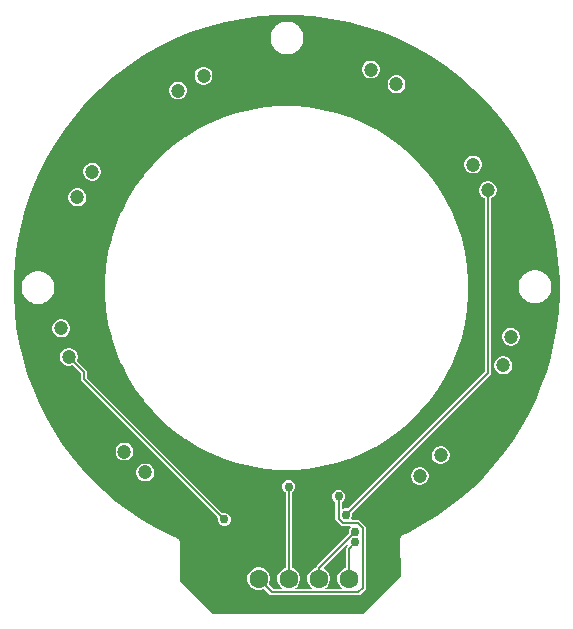
<source format=gbl>
G04*
G04 #@! TF.GenerationSoftware,Altium Limited,Altium Designer,22.7.1 (60)*
G04*
G04 Layer_Physical_Order=2*
G04 Layer_Color=16711680*
%FSLAX44Y44*%
%MOMM*%
G71*
G04*
G04 #@! TF.SameCoordinates,34583956-BA44-4E5B-BA21-D6171543F883*
G04*
G04*
G04 #@! TF.FilePolarity,Positive*
G04*
G01*
G75*
%ADD30C,0.2032*%
%ADD31C,1.6000*%
%ADD32R,1.6000X1.6000*%
%ADD33C,1.2000*%
%ADD34C,1.2700*%
%ADD35C,0.7620*%
G36*
X234950Y466065D02*
X242516Y466065D01*
X257615Y465076D01*
X272618Y463101D01*
X287459Y460149D01*
X302075Y456232D01*
X316404Y451368D01*
X330384Y445578D01*
X343955Y438885D01*
X357060Y431319D01*
X369642Y422912D01*
X381647Y413700D01*
X393023Y403723D01*
X403723Y393023D01*
X413701Y381647D01*
X422912Y369642D01*
X431319Y357060D01*
X438885Y343955D01*
X445578Y330384D01*
X451368Y316404D01*
X456232Y302075D01*
X460149Y287459D01*
X463101Y272618D01*
X465075Y257615D01*
X466065Y242516D01*
X466065Y234950D01*
X466065Y228414D01*
X465326Y215363D01*
X463851Y202375D01*
X461645Y189490D01*
X458713Y176751D01*
X455066Y164198D01*
X450716Y151872D01*
X445676Y139811D01*
X439963Y128054D01*
X433594Y116638D01*
X426590Y105601D01*
X418974Y94977D01*
X410769Y84801D01*
X402002Y75105D01*
X392702Y65919D01*
X382897Y57274D01*
X372619Y49197D01*
X361902Y41714D01*
X350778Y34848D01*
X339284Y28621D01*
X333371Y25838D01*
X332812Y25425D01*
X332239Y25031D01*
X332204Y24976D01*
X332151Y24938D01*
X331793Y24342D01*
X331415Y23759D01*
X331403Y23695D01*
X331370Y23639D01*
X331267Y22952D01*
X331141Y22268D01*
X331589Y-9373D01*
X299889Y-41073D01*
X172551Y-41073D01*
X144601Y-13123D01*
X144600Y19671D01*
X144460Y20377D01*
X144333Y21086D01*
X144312Y21119D01*
X144304Y21158D01*
X143905Y21756D01*
X143516Y22363D01*
X143484Y22385D01*
X143462Y22418D01*
X142864Y22818D01*
X142273Y23230D01*
X136141Y25914D01*
X124208Y31983D01*
X112647Y38733D01*
X101495Y46140D01*
X90791Y54180D01*
X80570Y62827D01*
X70867Y72051D01*
X61714Y81820D01*
X53142Y92103D01*
X45179Y102866D01*
X37852Y114070D01*
X31187Y125680D01*
X25204Y137657D01*
X19925Y149959D01*
X15366Y162547D01*
X11544Y175377D01*
X8470Y188407D01*
X6156Y201593D01*
X4609Y214891D01*
X3835Y228256D01*
X3835Y234950D01*
X3834Y242516D01*
X4824Y257616D01*
X6799Y272618D01*
X9751Y287459D01*
X13667Y302075D01*
X18531Y316404D01*
X24322Y330384D01*
X31015Y343956D01*
X38581Y357060D01*
X46987Y369642D01*
X56199Y381647D01*
X66176Y393024D01*
X76876Y403724D01*
X88253Y413701D01*
X100258Y422913D01*
X112840Y431319D01*
X125944Y438885D01*
X139516Y445578D01*
X153496Y451368D01*
X167825Y456232D01*
X182441Y460149D01*
X197282Y463101D01*
X212285Y465076D01*
X227384Y466065D01*
X234950Y466065D01*
D02*
G37*
%LPC*%
G36*
X236189Y460577D02*
X234219D01*
X233844Y460502D01*
X233461D01*
X231529Y460118D01*
X231176Y459971D01*
X230800Y459897D01*
X228981Y459143D01*
X228662Y458930D01*
X228309Y458784D01*
X226671Y457690D01*
X226401Y457419D01*
X226082Y457206D01*
X224690Y455813D01*
X224477Y455495D01*
X224207Y455225D01*
X223112Y453587D01*
X222966Y453233D01*
X222753Y452915D01*
X221999Y451096D01*
X221925Y450720D01*
X221778Y450367D01*
X221394Y448435D01*
Y448052D01*
X221319Y447677D01*
Y445707D01*
X221394Y445332D01*
Y444949D01*
X221778Y443017D01*
X221925Y442664D01*
X221999Y442289D01*
X222753Y440469D01*
X222966Y440150D01*
X223112Y439797D01*
X224207Y438159D01*
X224477Y437889D01*
X224690Y437570D01*
X226082Y436178D01*
X226401Y435965D01*
X226671Y435695D01*
X228309Y434600D01*
X228662Y434454D01*
X228981Y434241D01*
X230800Y433487D01*
X231176Y433413D01*
X231529Y433266D01*
X233461Y432882D01*
X233844D01*
X234219Y432807D01*
X236189D01*
X236564Y432882D01*
X236947D01*
X238879Y433266D01*
X239232Y433413D01*
X239608Y433487D01*
X241427Y434241D01*
X241745Y434454D01*
X242099Y434600D01*
X243737Y435695D01*
X244007Y435965D01*
X244326Y436178D01*
X245718Y437570D01*
X245931Y437889D01*
X246201Y438159D01*
X247296Y439797D01*
X247442Y440150D01*
X247655Y440469D01*
X248409Y442289D01*
X248483Y442664D01*
X248630Y443017D01*
X249014Y444949D01*
Y445332D01*
X249089Y445707D01*
Y447677D01*
X249014Y448052D01*
Y448435D01*
X248630Y450367D01*
X248483Y450720D01*
X248409Y451096D01*
X247655Y452915D01*
X247442Y453233D01*
X247296Y453587D01*
X246201Y455225D01*
X245931Y455495D01*
X245718Y455813D01*
X244326Y457206D01*
X244007Y457419D01*
X243737Y457690D01*
X242099Y458784D01*
X241745Y458930D01*
X241427Y459143D01*
X239608Y459897D01*
X239232Y459971D01*
X238879Y460118D01*
X236947Y460502D01*
X236564D01*
X236189Y460577D01*
D02*
G37*
G36*
X307314Y427386D02*
X305333D01*
X303420Y426873D01*
X301704Y425883D01*
X300303Y424482D01*
X299313Y422766D01*
X298800Y420853D01*
Y418871D01*
X299313Y416958D01*
X300303Y415242D01*
X301704Y413841D01*
X303420Y412851D01*
X305333Y412338D01*
X307314D01*
X309228Y412851D01*
X310944Y413841D01*
X312345Y415242D01*
X313335Y416958D01*
X313848Y418871D01*
Y420853D01*
X313335Y422766D01*
X312345Y424482D01*
X310944Y425883D01*
X309228Y426873D01*
X307314Y427386D01*
D02*
G37*
G36*
X165643Y422106D02*
X163662D01*
X161748Y421593D01*
X160033Y420602D01*
X158632Y419202D01*
X157641Y417486D01*
X157128Y415572D01*
Y413591D01*
X157641Y411678D01*
X158632Y409962D01*
X160033Y408561D01*
X161748Y407571D01*
X163662Y407058D01*
X165643D01*
X167557Y407571D01*
X169272Y408561D01*
X170673Y409962D01*
X171664Y411678D01*
X172176Y413591D01*
Y415572D01*
X171664Y417486D01*
X170673Y419202D01*
X169272Y420602D01*
X167557Y421593D01*
X165643Y422106D01*
D02*
G37*
G36*
X328965Y414886D02*
X326984D01*
X325071Y414373D01*
X323355Y413383D01*
X321954Y411982D01*
X320964Y410266D01*
X320451Y408353D01*
Y406372D01*
X320964Y404458D01*
X321954Y402742D01*
X323355Y401342D01*
X325071Y400351D01*
X326984Y399838D01*
X328965D01*
X330879Y400351D01*
X332595Y401342D01*
X333996Y402742D01*
X334986Y404458D01*
X335499Y406372D01*
Y408353D01*
X334986Y410266D01*
X333996Y411982D01*
X332595Y413383D01*
X330879Y414373D01*
X328965Y414886D01*
D02*
G37*
G36*
X143993Y409606D02*
X142011D01*
X140098Y409093D01*
X138382Y408103D01*
X136981Y406702D01*
X135991Y404986D01*
X135478Y403073D01*
Y401091D01*
X135991Y399178D01*
X136981Y397462D01*
X138382Y396061D01*
X140098Y395071D01*
X142011Y394558D01*
X143993D01*
X145906Y395071D01*
X147622Y396061D01*
X149023Y397462D01*
X150013Y399178D01*
X150526Y401091D01*
Y403073D01*
X150013Y404986D01*
X149023Y406702D01*
X147622Y408103D01*
X145906Y409093D01*
X143993Y409606D01*
D02*
G37*
G36*
X240844Y388835D02*
X229056D01*
X228905Y388805D01*
X228752Y388823D01*
X217001Y387898D01*
X216852Y387856D01*
X216698Y387862D01*
X205056Y386018D01*
X204911Y385965D01*
X204757Y385959D01*
X193296Y383207D01*
X193155Y383142D01*
X193002Y383124D01*
X181792Y379482D01*
X181657Y379406D01*
X181506Y379376D01*
X170616Y374865D01*
X170488Y374780D01*
X170339Y374738D01*
X159837Y369387D01*
X159715Y369291D01*
X159571Y369238D01*
X149520Y363079D01*
X149407Y362974D01*
X149267Y362909D01*
X139731Y355981D01*
X139626Y355868D01*
X139491Y355792D01*
X130528Y348137D01*
X130433Y348016D01*
X130304Y347930D01*
X121970Y339595D01*
X121884Y339467D01*
X121763Y339371D01*
X114108Y330409D01*
X114032Y330274D01*
X113919Y330169D01*
X106991Y320633D01*
X106926Y320493D01*
X106821Y320379D01*
X100662Y310329D01*
X100609Y310185D01*
X100513Y310063D01*
X95162Y299561D01*
X95120Y299412D01*
X95035Y299284D01*
X90524Y288394D01*
X90494Y288243D01*
X90418Y288108D01*
X86776Y276898D01*
X86758Y276744D01*
X86693Y276604D01*
X83941Y265143D01*
X83935Y264989D01*
X83882Y264844D01*
X82038Y253202D01*
X82044Y253048D01*
X82002Y252899D01*
X81077Y241148D01*
X81096Y240995D01*
X81065Y240844D01*
Y234950D01*
X81065Y229056D01*
X81095Y228905D01*
X81077Y228752D01*
X82002Y217001D01*
X82044Y216852D01*
X82038Y216698D01*
X83882Y205056D01*
X83935Y204911D01*
X83941Y204757D01*
X86693Y193296D01*
X86758Y193155D01*
X86776Y193002D01*
X90418Y181792D01*
X90494Y181657D01*
X90524Y181506D01*
X95035Y170616D01*
X95120Y170488D01*
X95162Y170339D01*
X100513Y159837D01*
X100609Y159715D01*
X100662Y159571D01*
X106821Y149520D01*
X106926Y149407D01*
X106991Y149267D01*
X113919Y139731D01*
X114032Y139626D01*
X114108Y139491D01*
X121763Y130528D01*
X121884Y130433D01*
X121970Y130304D01*
X130304Y121970D01*
X130433Y121884D01*
X130528Y121763D01*
X139491Y114108D01*
X139626Y114032D01*
X139731Y113919D01*
X149267Y106991D01*
X149407Y106926D01*
X149520Y106821D01*
X159571Y100662D01*
X159715Y100609D01*
X159837Y100513D01*
X170339Y95162D01*
X170488Y95120D01*
X170616Y95035D01*
X181506Y90524D01*
X181657Y90494D01*
X181792Y90418D01*
X193002Y86776D01*
X193155Y86758D01*
X193296Y86693D01*
X204757Y83941D01*
X204911Y83935D01*
X205056Y83882D01*
X216698Y82038D01*
X216852Y82044D01*
X217001Y82002D01*
X228752Y81077D01*
X228905Y81096D01*
X229056Y81065D01*
X234950D01*
X240844Y81065D01*
X240995Y81095D01*
X241148Y81077D01*
X252899Y82002D01*
X253048Y82044D01*
X253202Y82038D01*
X264844Y83882D01*
X264989Y83935D01*
X265143Y83941D01*
X276604Y86693D01*
X276744Y86758D01*
X276898Y86776D01*
X288108Y90418D01*
X288243Y90494D01*
X288394Y90524D01*
X299284Y95035D01*
X299412Y95120D01*
X299561Y95162D01*
X310063Y100513D01*
X310185Y100609D01*
X310329Y100662D01*
X320379Y106821D01*
X320493Y106926D01*
X320633Y106991D01*
X330169Y113919D01*
X330274Y114032D01*
X330409Y114108D01*
X339371Y121763D01*
X339467Y121884D01*
X339595Y121970D01*
X347930Y130304D01*
X348016Y130433D01*
X348137Y130528D01*
X355792Y139491D01*
X355868Y139626D01*
X355981Y139731D01*
X362909Y149267D01*
X362974Y149407D01*
X363079Y149520D01*
X369238Y159571D01*
X369291Y159715D01*
X369387Y159837D01*
X374738Y170339D01*
X374780Y170488D01*
X374865Y170616D01*
X379376Y181506D01*
X379406Y181657D01*
X379482Y181792D01*
X383124Y193002D01*
X383142Y193155D01*
X383207Y193296D01*
X385959Y204757D01*
X385965Y204911D01*
X386018Y205056D01*
X387862Y216698D01*
X387856Y216852D01*
X387898Y217001D01*
X388823Y228752D01*
X388805Y228905D01*
X388835Y229056D01*
Y240844D01*
X388805Y240995D01*
X388823Y241148D01*
X387898Y252899D01*
X387856Y253048D01*
X387862Y253202D01*
X386018Y264844D01*
X385965Y264989D01*
X385959Y265143D01*
X383207Y276604D01*
X383142Y276744D01*
X383124Y276898D01*
X379482Y288108D01*
X379406Y288243D01*
X379376Y288394D01*
X374865Y299284D01*
X374780Y299412D01*
X374738Y299561D01*
X369387Y310063D01*
X369291Y310185D01*
X369238Y310329D01*
X363079Y320379D01*
X362974Y320493D01*
X362909Y320633D01*
X355981Y330169D01*
X355868Y330274D01*
X355792Y330409D01*
X348137Y339371D01*
X348016Y339467D01*
X347930Y339595D01*
X339595Y347930D01*
X339467Y348016D01*
X339371Y348137D01*
X330409Y355792D01*
X330274Y355868D01*
X330169Y355981D01*
X320633Y362909D01*
X320493Y362974D01*
X320379Y363079D01*
X310329Y369238D01*
X310185Y369291D01*
X310063Y369387D01*
X299561Y374738D01*
X299412Y374780D01*
X299284Y374865D01*
X288394Y379376D01*
X288243Y379406D01*
X288108Y379482D01*
X276898Y383124D01*
X276744Y383142D01*
X276604Y383207D01*
X265143Y385959D01*
X264989Y385965D01*
X264844Y386018D01*
X253202Y387862D01*
X253048Y387856D01*
X252899Y387898D01*
X241148Y388823D01*
X240995Y388805D01*
X240844Y388835D01*
D02*
G37*
G36*
X393775Y347025D02*
X391794D01*
X389880Y346513D01*
X388164Y345522D01*
X386763Y344121D01*
X385773Y342406D01*
X385260Y340492D01*
Y338511D01*
X385773Y336597D01*
X386763Y334882D01*
X388164Y333481D01*
X389880Y332490D01*
X391794Y331978D01*
X393775D01*
X395688Y332490D01*
X397404Y333481D01*
X398805Y334882D01*
X399795Y336597D01*
X400308Y338511D01*
Y340492D01*
X399795Y342406D01*
X398805Y344121D01*
X397404Y345522D01*
X395688Y346513D01*
X393775Y347025D01*
D02*
G37*
G36*
X71248Y340929D02*
X69267D01*
X67354Y340417D01*
X65638Y339426D01*
X64237Y338025D01*
X63247Y336310D01*
X62734Y334396D01*
Y332415D01*
X63247Y330501D01*
X64237Y328786D01*
X65638Y327385D01*
X67354Y326394D01*
X69267Y325882D01*
X71248D01*
X73162Y326394D01*
X74878Y327385D01*
X76279Y328786D01*
X77269Y330501D01*
X77782Y332415D01*
Y334396D01*
X77269Y336310D01*
X76279Y338025D01*
X74878Y339426D01*
X73162Y340417D01*
X71248Y340929D01*
D02*
G37*
G36*
X58749Y319279D02*
X56768D01*
X54854Y318766D01*
X53138Y317775D01*
X51737Y316374D01*
X50747Y314659D01*
X50234Y312745D01*
Y310764D01*
X50747Y308850D01*
X51737Y307135D01*
X53138Y305734D01*
X54854Y304743D01*
X56768Y304230D01*
X58749D01*
X60662Y304743D01*
X62378Y305734D01*
X63779Y307135D01*
X64769Y308850D01*
X65282Y310764D01*
Y312745D01*
X64769Y314659D01*
X63779Y316374D01*
X62378Y317775D01*
X60662Y318766D01*
X58749Y319279D01*
D02*
G37*
G36*
X446153Y249851D02*
X444183D01*
X443808Y249776D01*
X443425D01*
X441493Y249392D01*
X441140Y249245D01*
X440765Y249171D01*
X438945Y248417D01*
X438627Y248204D01*
X438273Y248058D01*
X436635Y246964D01*
X436365Y246693D01*
X436046Y246480D01*
X434654Y245088D01*
X434441Y244769D01*
X434170Y244499D01*
X433076Y242861D01*
X432930Y242507D01*
X432717Y242189D01*
X431963Y240369D01*
X431889Y239994D01*
X431742Y239641D01*
X431358Y237709D01*
Y237326D01*
X431283Y236951D01*
Y234981D01*
X431358Y234606D01*
Y234223D01*
X431742Y232291D01*
X431889Y231938D01*
X431963Y231562D01*
X432717Y229743D01*
X432930Y229424D01*
X433076Y229071D01*
X434170Y227433D01*
X434441Y227163D01*
X434654Y226845D01*
X436046Y225452D01*
X436365Y225239D01*
X436635Y224968D01*
X438273Y223874D01*
X438627Y223728D01*
X438945Y223515D01*
X440765Y222761D01*
X441140Y222687D01*
X441493Y222540D01*
X443425Y222156D01*
X443808D01*
X444183Y222081D01*
X446153D01*
X446528Y222156D01*
X446911D01*
X448843Y222540D01*
X449196Y222687D01*
X449571Y222761D01*
X451391Y223515D01*
X451709Y223728D01*
X452063Y223874D01*
X453701Y224968D01*
X453971Y225239D01*
X454290Y225452D01*
X455682Y226845D01*
X455895Y227163D01*
X456166Y227433D01*
X457260Y229071D01*
X457406Y229424D01*
X457619Y229743D01*
X458373Y231562D01*
X458447Y231938D01*
X458594Y232291D01*
X458978Y234223D01*
Y234606D01*
X459053Y234981D01*
Y236951D01*
X458978Y237326D01*
Y237709D01*
X458594Y239641D01*
X458447Y239994D01*
X458373Y240369D01*
X457619Y242189D01*
X457406Y242507D01*
X457260Y242861D01*
X456166Y244499D01*
X455895Y244769D01*
X455682Y245088D01*
X454290Y246480D01*
X453971Y246693D01*
X453701Y246964D01*
X452063Y248058D01*
X451709Y248204D01*
X451391Y248417D01*
X449571Y249171D01*
X449196Y249245D01*
X448843Y249392D01*
X446911Y249776D01*
X446528D01*
X446153Y249851D01*
D02*
G37*
G36*
X25463Y249089D02*
X23493D01*
X23118Y249014D01*
X22735D01*
X20803Y248630D01*
X20450Y248483D01*
X20075Y248409D01*
X18255Y247655D01*
X17937Y247442D01*
X17583Y247296D01*
X15945Y246201D01*
X15675Y245931D01*
X15357Y245718D01*
X13964Y244326D01*
X13751Y244007D01*
X13480Y243737D01*
X12386Y242099D01*
X12240Y241745D01*
X12027Y241427D01*
X11273Y239608D01*
X11199Y239232D01*
X11052Y238879D01*
X10668Y236947D01*
Y236564D01*
X10593Y236189D01*
Y234219D01*
X10668Y233844D01*
Y233461D01*
X11052Y231529D01*
X11199Y231176D01*
X11273Y230800D01*
X12027Y228981D01*
X12240Y228662D01*
X12386Y228309D01*
X13480Y226671D01*
X13751Y226401D01*
X13964Y226082D01*
X15357Y224690D01*
X15675Y224477D01*
X15945Y224207D01*
X17583Y223112D01*
X17937Y222966D01*
X18255Y222753D01*
X20075Y221999D01*
X20450Y221925D01*
X20803Y221778D01*
X22735Y221394D01*
X23118D01*
X23493Y221319D01*
X25463D01*
X25838Y221394D01*
X26221D01*
X28153Y221778D01*
X28506Y221925D01*
X28881Y221999D01*
X30701Y222753D01*
X31019Y222966D01*
X31373Y223112D01*
X33011Y224207D01*
X33281Y224477D01*
X33600Y224690D01*
X34992Y226082D01*
X35205Y226401D01*
X35475Y226671D01*
X36570Y228309D01*
X36716Y228662D01*
X36929Y228981D01*
X37683Y230800D01*
X37757Y231176D01*
X37904Y231529D01*
X38288Y233461D01*
Y233844D01*
X38363Y234219D01*
Y236189D01*
X38288Y236564D01*
Y236947D01*
X37904Y238879D01*
X37757Y239232D01*
X37683Y239608D01*
X36929Y241427D01*
X36716Y241745D01*
X36570Y242099D01*
X35475Y243737D01*
X35205Y244007D01*
X34992Y244326D01*
X33600Y245718D01*
X33281Y245931D01*
X33011Y246201D01*
X31373Y247296D01*
X31019Y247442D01*
X30701Y247655D01*
X28881Y248409D01*
X28506Y248483D01*
X28153Y248630D01*
X26221Y249014D01*
X25838D01*
X25463Y249089D01*
D02*
G37*
G36*
X45000Y208320D02*
X43018D01*
X41105Y207807D01*
X39389Y206817D01*
X37988Y205416D01*
X36998Y203700D01*
X36485Y201787D01*
Y199806D01*
X36998Y197892D01*
X37988Y196176D01*
X39389Y194776D01*
X41105Y193785D01*
X43018Y193272D01*
X45000D01*
X46913Y193785D01*
X48629Y194776D01*
X50030Y196176D01*
X51020Y197892D01*
X51533Y199806D01*
Y201787D01*
X51020Y203700D01*
X50030Y205416D01*
X48629Y206817D01*
X46913Y207807D01*
X45000Y208320D01*
D02*
G37*
G36*
X425866Y201208D02*
X423884D01*
X421971Y200695D01*
X420255Y199705D01*
X418854Y198304D01*
X417864Y196588D01*
X417351Y194675D01*
Y192694D01*
X417864Y190780D01*
X418854Y189064D01*
X420255Y187663D01*
X421971Y186673D01*
X423884Y186160D01*
X425866D01*
X427779Y186673D01*
X429495Y187663D01*
X430896Y189064D01*
X431886Y190780D01*
X432399Y192694D01*
Y194675D01*
X431886Y196588D01*
X430896Y198304D01*
X429495Y199705D01*
X427779Y200695D01*
X425866Y201208D01*
D02*
G37*
G36*
X419395Y177060D02*
X417414D01*
X415500Y176548D01*
X413785Y175557D01*
X412384Y174156D01*
X411393Y172440D01*
X410881Y170527D01*
Y168546D01*
X411393Y166632D01*
X412384Y164916D01*
X413785Y163516D01*
X415500Y162525D01*
X417414Y162012D01*
X419395D01*
X421309Y162525D01*
X423024Y163516D01*
X424425Y164916D01*
X425416Y166632D01*
X425928Y168546D01*
Y170527D01*
X425416Y172440D01*
X424425Y174156D01*
X423024Y175557D01*
X421309Y176548D01*
X419395Y177060D01*
D02*
G37*
G36*
X98578Y103993D02*
X96597D01*
X94683Y103480D01*
X92968Y102489D01*
X91567Y101088D01*
X90576Y99373D01*
X90063Y97459D01*
Y95478D01*
X90576Y93565D01*
X91567Y91849D01*
X92968Y90448D01*
X94683Y89458D01*
X96597Y88945D01*
X98578D01*
X100491Y89458D01*
X102207Y90448D01*
X103608Y91849D01*
X104599Y93565D01*
X105111Y95478D01*
Y97459D01*
X104599Y99373D01*
X103608Y101088D01*
X102207Y102489D01*
X100491Y103480D01*
X98578Y103993D01*
D02*
G37*
G36*
X366445Y100945D02*
X364464D01*
X362551Y100432D01*
X360835Y99441D01*
X359434Y98041D01*
X358443Y96325D01*
X357931Y94411D01*
Y92430D01*
X358443Y90517D01*
X359434Y88801D01*
X360835Y87400D01*
X362551Y86410D01*
X364464Y85897D01*
X366445D01*
X368359Y86410D01*
X370075Y87400D01*
X371475Y88801D01*
X372466Y90517D01*
X372979Y92430D01*
Y94411D01*
X372466Y96325D01*
X371475Y98041D01*
X370075Y99441D01*
X368359Y100432D01*
X366445Y100945D01*
D02*
G37*
G36*
X116256Y86315D02*
X114275D01*
X112361Y85802D01*
X110645Y84811D01*
X109244Y83411D01*
X108254Y81695D01*
X107741Y79781D01*
Y77800D01*
X108254Y75887D01*
X109244Y74171D01*
X110645Y72770D01*
X112361Y71780D01*
X114275Y71267D01*
X116256D01*
X118169Y71780D01*
X119885Y72770D01*
X121286Y74171D01*
X122276Y75887D01*
X122789Y77800D01*
Y79781D01*
X122276Y81695D01*
X121286Y83411D01*
X119885Y84811D01*
X118169Y85802D01*
X116256Y86315D01*
D02*
G37*
G36*
X348768Y83267D02*
X346787D01*
X344873Y82754D01*
X343158Y81764D01*
X341757Y80363D01*
X340766Y78647D01*
X340253Y76734D01*
Y74753D01*
X340766Y72839D01*
X341757Y71123D01*
X343158Y69723D01*
X344873Y68732D01*
X346787Y68219D01*
X348768D01*
X350681Y68732D01*
X352397Y69723D01*
X353798Y71123D01*
X354789Y72839D01*
X355301Y74753D01*
Y76734D01*
X354789Y78647D01*
X353798Y80363D01*
X352397Y81764D01*
X350681Y82754D01*
X348768Y83267D01*
D02*
G37*
G36*
X406274Y325374D02*
X404293D01*
X402380Y324862D01*
X400664Y323871D01*
X399263Y322470D01*
X398273Y320755D01*
X397760Y318841D01*
Y316860D01*
X398273Y314946D01*
X399263Y313231D01*
X400664Y311830D01*
X402380Y310839D01*
X402694Y310755D01*
Y164295D01*
X286735Y48335D01*
X286303Y48514D01*
X284181D01*
X282752Y47922D01*
X281482Y48622D01*
Y53817D01*
X281914Y53996D01*
X283414Y55497D01*
X284226Y57457D01*
Y59579D01*
X283414Y61540D01*
X281914Y63040D01*
X279953Y63852D01*
X277831D01*
X275870Y63040D01*
X274370Y61540D01*
X273558Y59579D01*
Y57457D01*
X274370Y55497D01*
X275870Y53996D01*
X276302Y53817D01*
Y39751D01*
X276499Y38760D01*
X277061Y37920D01*
X280744Y34237D01*
X281584Y33675D01*
X282575Y33478D01*
X288553D01*
X289079Y32208D01*
X288594Y31723D01*
X287782Y29763D01*
Y27641D01*
X287961Y27209D01*
X260297Y-455D01*
X259735Y-1295D01*
X259596Y-1994D01*
X258452Y-2301D01*
X256280Y-3555D01*
X254507Y-5328D01*
X253253Y-7500D01*
X252604Y-9922D01*
Y-12430D01*
X253253Y-14852D01*
X254507Y-17024D01*
X256280Y-18797D01*
X256412Y-18873D01*
X256072Y-20143D01*
X242784D01*
X242444Y-18873D01*
X242576Y-18797D01*
X244349Y-17024D01*
X245603Y-14852D01*
X246252Y-12430D01*
Y-9922D01*
X245603Y-7500D01*
X244349Y-5328D01*
X242576Y-3555D01*
X240404Y-2301D01*
X239318Y-2010D01*
Y62101D01*
X239750Y62280D01*
X241250Y63780D01*
X242062Y65741D01*
Y67863D01*
X241250Y69823D01*
X239750Y71324D01*
X237789Y72136D01*
X235667D01*
X233706Y71324D01*
X232206Y69823D01*
X231394Y67863D01*
Y65741D01*
X232206Y63780D01*
X233706Y62280D01*
X234138Y62101D01*
Y-2010D01*
X233052Y-2301D01*
X230880Y-3555D01*
X229107Y-5328D01*
X227853Y-7500D01*
X227204Y-9922D01*
Y-12430D01*
X227853Y-14852D01*
X229107Y-17024D01*
X230880Y-18797D01*
X231012Y-18873D01*
X230672Y-20143D01*
X223958D01*
X219641Y-15826D01*
X220203Y-14852D01*
X220852Y-12430D01*
Y-9922D01*
X220203Y-7500D01*
X218949Y-5328D01*
X217176Y-3555D01*
X215004Y-2301D01*
X212582Y-1652D01*
X210074D01*
X207652Y-2301D01*
X205480Y-3555D01*
X203707Y-5328D01*
X202453Y-7500D01*
X201804Y-9922D01*
Y-12430D01*
X202453Y-14852D01*
X203707Y-17024D01*
X205480Y-18797D01*
X207652Y-20051D01*
X210074Y-20700D01*
X212582D01*
X215004Y-20051D01*
X215978Y-19489D01*
X221054Y-24564D01*
X221894Y-25126D01*
X222885Y-25323D01*
X295783D01*
X296774Y-25126D01*
X297614Y-24564D01*
X301297Y-20881D01*
X301859Y-20041D01*
X302056Y-19050D01*
Y31877D01*
X301859Y32868D01*
X301297Y33708D01*
X297106Y37899D01*
X296266Y38461D01*
X295275Y38658D01*
X290059D01*
X289533Y39928D01*
X289764Y40159D01*
X290576Y42119D01*
Y44241D01*
X290397Y44673D01*
X407115Y161391D01*
X407677Y162231D01*
X407874Y163222D01*
Y310755D01*
X408188Y310839D01*
X409904Y311830D01*
X411305Y313231D01*
X412295Y314946D01*
X412808Y316860D01*
Y318841D01*
X412295Y320755D01*
X411305Y322470D01*
X409904Y323871D01*
X408188Y324862D01*
X406274Y325374D01*
D02*
G37*
G36*
X51470Y184172D02*
X49489D01*
X47575Y183659D01*
X45860Y182668D01*
X44459Y181268D01*
X43468Y179552D01*
X42955Y177638D01*
Y175657D01*
X43468Y173744D01*
X44459Y172028D01*
X45860Y170627D01*
X47575Y169637D01*
X49489Y169124D01*
X51470D01*
X53384Y169637D01*
X53665Y169799D01*
X60656Y162809D01*
Y157890D01*
X60853Y156899D01*
X61415Y156059D01*
X176963Y40511D01*
X176784Y40079D01*
Y37957D01*
X177596Y35996D01*
X179097Y34496D01*
X181057Y33684D01*
X183179D01*
X185140Y34496D01*
X186640Y35996D01*
X187452Y37957D01*
Y40079D01*
X186640Y42039D01*
X185140Y43540D01*
X183179Y44352D01*
X181057D01*
X180625Y44173D01*
X65836Y158963D01*
Y163881D01*
X65639Y164872D01*
X65077Y165713D01*
X57328Y173462D01*
X57491Y173744D01*
X58003Y175657D01*
Y177638D01*
X57491Y179552D01*
X56500Y181268D01*
X55099Y182668D01*
X53384Y183659D01*
X51470Y184172D01*
D02*
G37*
%LPD*%
G36*
X286964Y17091D02*
X286968Y17072D01*
X285697Y15801D01*
X285135Y14961D01*
X284938Y13970D01*
Y-2010D01*
X283852Y-2301D01*
X281680Y-3555D01*
X279907Y-5328D01*
X278653Y-7500D01*
X278004Y-9922D01*
Y-12430D01*
X278653Y-14852D01*
X279907Y-17024D01*
X281680Y-18797D01*
X281812Y-18873D01*
X281472Y-20143D01*
X268184D01*
X267844Y-18873D01*
X267976Y-18797D01*
X269749Y-17024D01*
X271003Y-14852D01*
X271652Y-12430D01*
Y-9922D01*
X271003Y-7500D01*
X269749Y-5328D01*
X267976Y-3555D01*
X266925Y-2948D01*
X266716Y-1361D01*
X285565Y17489D01*
X286964Y17091D01*
D02*
G37*
D30*
X285242Y43180D02*
X405284Y163222D01*
Y317850D01*
X287528Y-11176D02*
Y13970D01*
X293116Y19558D01*
X211328Y-11176D02*
X222885Y-22733D01*
X295783D01*
X299466Y-19050D01*
Y31877D01*
X295275Y36068D02*
X299466Y31877D01*
X282575Y36068D02*
X295275D01*
X278892Y39751D02*
X282575Y36068D01*
X278892Y39751D02*
Y58518D01*
X262128Y-2286D02*
X293116Y28702D01*
X262128Y-11176D02*
Y-2286D01*
X63246Y157890D02*
X182118Y39018D01*
X63246Y157890D02*
Y163881D01*
X50479Y176648D02*
X63246Y163881D01*
X236728Y-11176D02*
Y66802D01*
D31*
Y-11176D02*
D03*
X211328D02*
D03*
X262128D02*
D03*
X287528D02*
D03*
D32*
X185928D02*
D03*
D33*
X115265Y78791D02*
D03*
X97587Y96469D02*
D03*
X418405Y169536D02*
D03*
X424875Y193684D02*
D03*
X306324Y419862D02*
D03*
X327975Y407362D02*
D03*
X143002Y402082D02*
D03*
X70258Y333405D02*
D03*
X57758Y311754D02*
D03*
X164653Y414582D02*
D03*
X392784Y339501D02*
D03*
X405284Y317850D02*
D03*
X365455Y93421D02*
D03*
X347777Y75743D02*
D03*
X44009Y200796D02*
D03*
X50479Y176648D02*
D03*
D34*
X325374Y429768D02*
D03*
X72644Y385064D02*
D03*
X172720Y72390D02*
D03*
X233680Y406908D02*
D03*
X63754Y255778D02*
D03*
D35*
X293116Y19558D02*
D03*
X278892Y58518D02*
D03*
X285242Y43180D02*
D03*
X293116Y28702D02*
D03*
X182118Y39018D02*
D03*
X236728Y66802D02*
D03*
M02*

</source>
